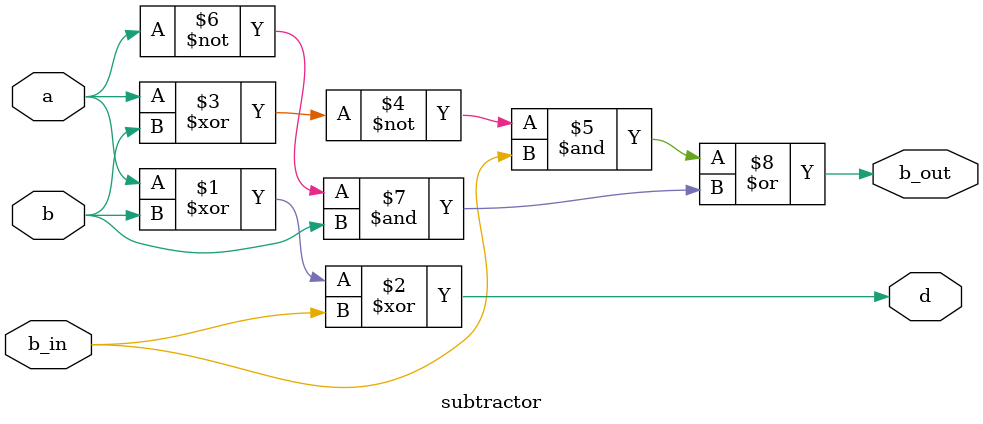
<source format=v>
`timescale 1ns / 1ps

module subtractor(
    input a, b, b_in,
    output d, b_out
    );
    assign d = (a^b)^b_in;
    assign b_out = ((~(a^b))&b_in) | (~a)&b;
endmodule

</source>
